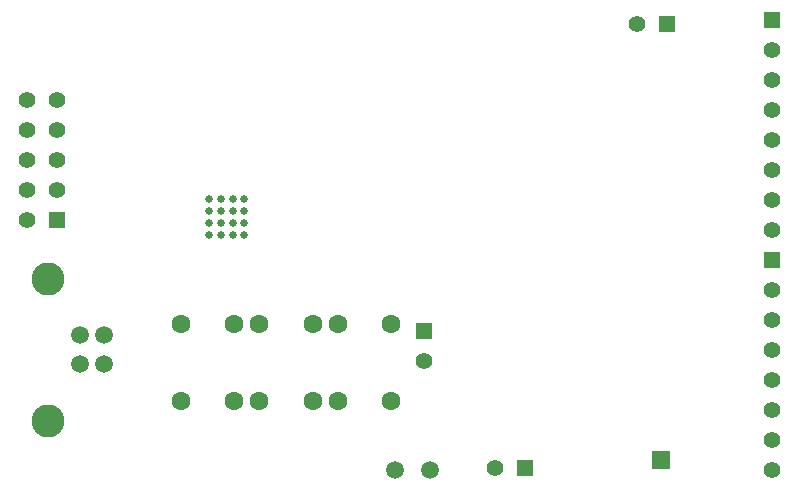
<source format=gbs>
G04 (created by PCBNEW (2013-07-07 BZR 4022)-stable) date 2/3/2015 8:26:14 PM*
%MOIN*%
G04 Gerber Fmt 3.4, Leading zero omitted, Abs format*
%FSLAX34Y34*%
G01*
G70*
G90*
G04 APERTURE LIST*
%ADD10C,0.00590551*%
%ADD11R,0.055X0.055*%
%ADD12C,0.055*%
%ADD13C,0.0629921*%
%ADD14R,0.0590551X0.0590551*%
%ADD15C,0.0251968*%
%ADD16C,0.0590551*%
%ADD17C,0.110236*%
G04 APERTURE END LIST*
G54D10*
G54D11*
X129675Y-63825D03*
G54D12*
X129675Y-64825D03*
X129675Y-65825D03*
X129675Y-66825D03*
X129675Y-67825D03*
X129675Y-68825D03*
X129675Y-69825D03*
X129675Y-70825D03*
G54D11*
X129675Y-55825D03*
G54D12*
X129675Y-56825D03*
X129675Y-57825D03*
X129675Y-58825D03*
X129675Y-59825D03*
X129675Y-60825D03*
X129675Y-61825D03*
X129675Y-62825D03*
X105850Y-60500D03*
X105850Y-59500D03*
X104850Y-60500D03*
X104850Y-62500D03*
G54D11*
X105850Y-62500D03*
G54D12*
X104850Y-61500D03*
X105850Y-61500D03*
X104850Y-59500D03*
X104850Y-58500D03*
X105850Y-58500D03*
G54D11*
X121425Y-70775D03*
G54D12*
X120425Y-70775D03*
G54D11*
X118075Y-66200D03*
G54D12*
X118075Y-67200D03*
G54D13*
X111735Y-65970D03*
X109964Y-65970D03*
X109964Y-68529D03*
X111735Y-68529D03*
X112589Y-68529D03*
X114360Y-68529D03*
X114360Y-65970D03*
X112589Y-65970D03*
X115214Y-68529D03*
X116985Y-68529D03*
X116985Y-65970D03*
X115214Y-65970D03*
G54D14*
X125975Y-70500D03*
G54D11*
X126175Y-55975D03*
G54D12*
X125175Y-55975D03*
G54D15*
X111303Y-62596D03*
X111303Y-62203D03*
X111696Y-62203D03*
X111696Y-62596D03*
X111696Y-62990D03*
X111303Y-62990D03*
X110909Y-62990D03*
X110909Y-62596D03*
X110909Y-62203D03*
X110909Y-61809D03*
X111303Y-61809D03*
X111696Y-61809D03*
X112090Y-61809D03*
X112090Y-62203D03*
X112090Y-62596D03*
X112090Y-62990D03*
G54D16*
X107404Y-67317D03*
X107404Y-66332D03*
X106616Y-66332D03*
X106616Y-67317D03*
G54D17*
X105550Y-64454D03*
X105550Y-69195D03*
G54D16*
X118290Y-70850D03*
X117109Y-70850D03*
M02*

</source>
